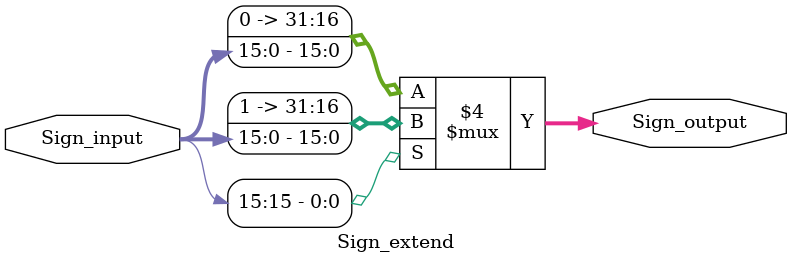
<source format=v>
`timescale 1ns / 1ps


module Sign_extend(
    input [15:0]Sign_input,
    output reg [31:0]Sign_output
);
    always@(*) begin
        if(Sign_input[15] == 1)
            Sign_output = {16'b1111_1111_1111_1111, Sign_input};
        else
            Sign_output = {16'b0000_0000_0000_0000, Sign_input};
    end
endmodule
</source>
